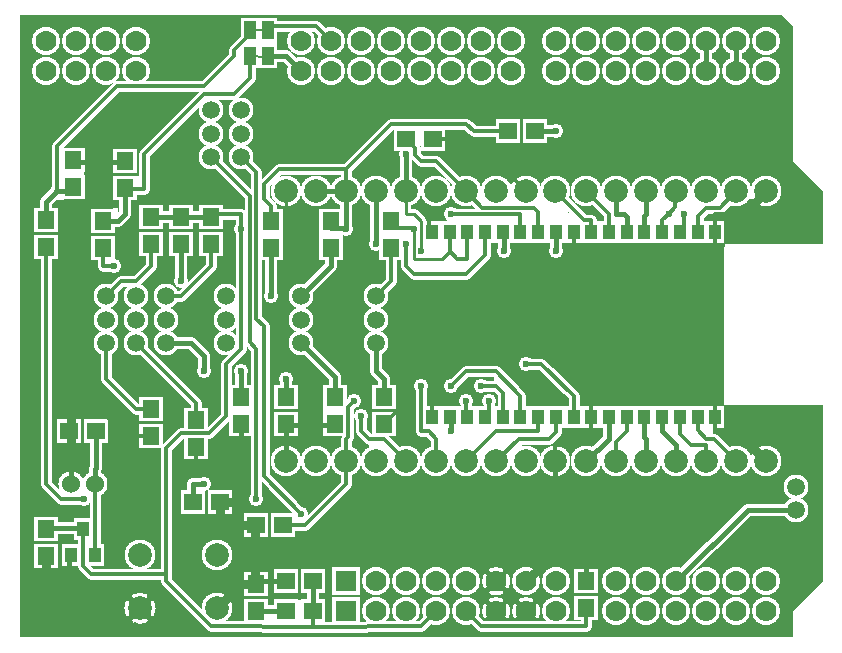
<source format=gbr>
G04 GERBER ASCII OUTPUT FROM: EDWINXP (VER. 1.61 REV. 20080315)*
G04 GERBER FORMAT: RX-274-X*
G04 BOARD: AMICUS_BLUETOOTH_SHIELD*
G04 ARTWORK OF COMP.LAYERPOSITIVE SUPERIMPOSED ON NEGATIVE*
%ASAXBY*%
%FSLAX23Y23*%
%MIA0B0*%
%MOIN*%
%OFA0.0000B0.0000*%
%SFA1B1*%
%IJA0B0*%
%INLAYER2NEGPOS*%
%IOA0B0*%
%IPPOS*%
%IR0*%
G04 APERTURE MACROS*
%AMEDWDONUT*
1,1,$1,$2,$3*
1,0,$4,$2,$3*
%
%AMEDWFRECT*
20,1,$1,$2,$3,$4,$5,$6*
%
%AMEDWORECT*
20,1,$1,$2,$3,$4,$5,$10*
20,1,$1,$4,$5,$6,$7,$10*
20,1,$1,$6,$7,$8,$9,$10*
20,1,$1,$8,$9,$2,$3,$10*
1,1,$1,$2,$3*
1,1,$1,$4,$5*
1,1,$1,$6,$7*
1,1,$1,$8,$9*
%
%AMEDWLINER*
20,1,$1,$2,$3,$4,$5,$6*
1,1,$1,$2,$3*
1,1,$1,$4,$5*
%
%AMEDWFTRNG*
4,1,3,$1,$2,$3,$4,$5,$6,$7,$8,$9*
%
%AMEDWATRNG*
4,1,3,$1,$2,$3,$4,$5,$6,$7,$8,$9*
20,1,$11,$1,$2,$3,$4,$10*
20,1,$11,$3,$4,$5,$6,$10*
20,1,$11,$5,$6,$7,$8,$10*
1,1,$11,$3,$4*
1,1,$11,$5,$6*
1,1,$11,$7,$8*
%
%AMEDWOTRNG*
20,1,$1,$2,$3,$4,$5,$8*
20,1,$1,$4,$5,$6,$7,$8*
20,1,$1,$6,$7,$2,$3,$8*
1,1,$1,$2,$3*
1,1,$1,$4,$5*
1,1,$1,$6,$7*
%
G04*
G04 APERTURE LIST*
%ADD10R,0.0500X0.0580*%
%ADD11R,0.0740X0.0820*%
%ADD12R,0.0400X0.0480*%
%ADD13R,0.0640X0.0720*%
%ADD14R,0.04724X0.05906*%
%ADD15R,0.07124X0.08306*%
%ADD16R,0.03937X0.05118*%
%ADD17R,0.06337X0.07518*%
%ADD18R,0.0860X0.0860*%
%ADD19R,0.1100X0.1100*%
%ADD20R,0.0700X0.0700*%
%ADD21R,0.0940X0.0940*%
%ADD22R,0.0700X0.0650*%
%ADD23R,0.0940X0.0890*%
%ADD24R,0.0600X0.0550*%
%ADD25R,0.0840X0.0790*%
%ADD26R,0.0650X0.0700*%
%ADD27R,0.0890X0.0940*%
%ADD28R,0.0550X0.0600*%
%ADD29R,0.0790X0.0840*%
%ADD30R,0.04724X0.06693*%
%ADD31R,0.07124X0.09093*%
%ADD32R,0.03937X0.05906*%
%ADD33R,0.06337X0.08306*%
%ADD34C,0.00039*%
%ADD36C,0.0010*%
%ADD38C,0.00118*%
%ADD40C,0.0020*%
%ADD41R,0.0020X0.0020*%
%ADD42C,0.00201*%
%ADD43R,0.00201X0.00201*%
%ADD44C,0.00259*%
%ADD45R,0.00259X0.00259*%
%ADD46C,0.0030*%
%ADD47R,0.0030X0.0030*%
%ADD48C,0.0040*%
%ADD49R,0.0040X0.0040*%
%ADD50C,0.00472*%
%ADD52C,0.0050*%
%ADD53R,0.0050X0.0050*%
%ADD54C,0.00512*%
%ADD55R,0.00512X0.00512*%
%ADD56C,0.00515*%
%ADD57R,0.00515X0.00515*%
%ADD58C,0.00551*%
%ADD59R,0.00551X0.00551*%
%ADD60C,0.00591*%
%ADD61R,0.00591X0.00591*%
%ADD62C,0.00616*%
%ADD63R,0.00616X0.00616*%
%ADD64C,0.00659*%
%ADD65R,0.00659X0.00659*%
%ADD66C,0.00672*%
%ADD67R,0.00672X0.00672*%
%ADD68C,0.00687*%
%ADD69R,0.00687X0.00687*%
%ADD70C,0.00787*%
%ADD71R,0.00787X0.00787*%
%ADD72C,0.00799*%
%ADD74C,0.0080*%
%ADD76C,0.00838*%
%ADD77R,0.00838X0.00838*%
%ADD78C,0.00928*%
%ADD79R,0.00928X0.00928*%
%ADD80C,0.00945*%
%ADD82C,0.00972*%
%ADD83R,0.00972X0.00972*%
%ADD84C,0.00984*%
%ADD85R,0.00984X0.00984*%
%ADD86C,0.0100*%
%ADD87R,0.0100X0.0100*%
%ADD88C,0.01115*%
%ADD89R,0.01115X0.01115*%
%ADD90C,0.01115*%
%ADD91R,0.01115X0.01115*%
%ADD92C,0.01181*%
%ADD94C,0.01187*%
%ADD95R,0.01187X0.01187*%
%ADD96C,0.0120*%
%ADD98C,0.01285*%
%ADD99R,0.01285X0.01285*%
%ADD100C,0.0130*%
%ADD102C,0.0130*%
%ADD103R,0.0130X0.0130*%
%ADD104C,0.01401*%
%ADD105R,0.01401X0.01401*%
%ADD106C,0.01428*%
%ADD107R,0.01428X0.01428*%
%ADD108C,0.0150*%
%ADD109R,0.0150X0.0150*%
%ADD110C,0.0157*%
%ADD111R,0.0157X0.0157*%
%ADD112C,0.0160*%
%ADD114C,0.01642*%
%ADD115R,0.01642X0.01642*%
%ADD116C,0.01713*%
%ADD117R,0.01713X0.01713*%
%ADD118C,0.01856*%
%ADD119R,0.01856X0.01856*%
%ADD120C,0.0187*%
%ADD121R,0.0187X0.0187*%
%ADD122C,0.01927*%
%ADD123R,0.01927X0.01927*%
%ADD124C,0.01969*%
%ADD125R,0.01969X0.01969*%
%ADD126C,0.0207*%
%ADD127R,0.0207X0.0207*%
%ADD128C,0.02094*%
%ADD129R,0.02094X0.02094*%
%ADD130C,0.02141*%
%ADD131R,0.02141X0.02141*%
%ADD132C,0.02284*%
%ADD133R,0.02284X0.02284*%
%ADD134C,0.02304*%
%ADD135R,0.02304X0.02304*%
%ADD136C,0.02355*%
%ADD137R,0.02355X0.02355*%
%ADD138C,0.02362*%
%ADD139R,0.02362X0.02362*%
%ADD140C,0.0240*%
%ADD141R,0.0240X0.0240*%
%ADD142C,0.0240*%
%ADD143R,0.0240X0.0240*%
%ADD144C,0.0250*%
%ADD145R,0.0250X0.0250*%
%ADD146C,0.02828*%
%ADD147R,0.02828X0.02828*%
%ADD148C,0.02855*%
%ADD149R,0.02855X0.02855*%
%ADD150C,0.0290*%
%ADD152C,0.02912*%
%ADD153R,0.02912X0.02912*%
%ADD154C,0.02926*%
%ADD155R,0.02926X0.02926*%
%ADD156C,0.02951*%
%ADD158C,0.02991*%
%ADD160C,0.0300*%
%ADD161R,0.0300X0.0300*%
%ADD162C,0.03038*%
%ADD163R,0.03038X0.03038*%
%ADD164C,0.03059*%
%ADD165R,0.03059X0.03059*%
%ADD166C,0.03099*%
%ADD167R,0.03099X0.03099*%
%ADD168C,0.03199*%
%ADD169R,0.03199X0.03199*%
%ADD170C,0.0320*%
%ADD171R,0.0320X0.0320*%
%ADD172C,0.03212*%
%ADD173R,0.03212X0.03212*%
%ADD174C,0.03238*%
%ADD175R,0.03238X0.03238*%
%ADD176C,0.03261*%
%ADD177R,0.03261X0.03261*%
%ADD178C,0.03272*%
%ADD179R,0.03272X0.03272*%
%ADD180C,0.03283*%
%ADD181R,0.03283X0.03283*%
%ADD182C,0.03328*%
%ADD183R,0.03328X0.03328*%
%ADD184C,0.03345*%
%ADD186C,0.03351*%
%ADD187R,0.03351X0.03351*%
%ADD188C,0.03355*%
%ADD189R,0.03355X0.03355*%
%ADD190C,0.03426*%
%ADD191R,0.03426X0.03426*%
%ADD192C,0.03456*%
%ADD193R,0.03456X0.03456*%
%ADD194C,0.03487*%
%ADD195R,0.03487X0.03487*%
%ADD196C,0.03498*%
%ADD197R,0.03498X0.03498*%
%ADD198C,0.0350*%
%ADD199R,0.0350X0.0350*%
%ADD200C,0.03561*%
%ADD201R,0.03561X0.03561*%
%ADD202C,0.03581*%
%ADD204C,0.0360*%
%ADD206C,0.0364*%
%ADD207R,0.0364X0.0364*%
%ADD208C,0.03665*%
%ADD209R,0.03665X0.03665*%
%ADD210C,0.03685*%
%ADD211R,0.03685X0.03685*%
%ADD212C,0.0370*%
%ADD214C,0.0377*%
%ADD215R,0.0377X0.0377*%
%ADD216C,0.03783*%
%ADD217R,0.03783X0.03783*%
%ADD218C,0.03828*%
%ADD219R,0.03828X0.03828*%
%ADD220C,0.0390*%
%ADD221R,0.0390X0.0390*%
%ADD222C,0.03937*%
%ADD223R,0.03937X0.03937*%
%ADD224C,0.0397*%
%ADD225R,0.0397X0.0397*%
%ADD226C,0.0400*%
%ADD227R,0.0400X0.0400*%
%ADD228C,0.04042*%
%ADD229R,0.04042X0.04042*%
%ADD230C,0.04113*%
%ADD231R,0.04113X0.04113*%
%ADD232C,0.04132*%
%ADD233R,0.04132X0.04132*%
%ADD234C,0.04173*%
%ADD235R,0.04173X0.04173*%
%ADD236C,0.04189*%
%ADD237R,0.04189X0.04189*%
%ADD238C,0.04211*%
%ADD239R,0.04211X0.04211*%
%ADD240C,0.04256*%
%ADD241R,0.04256X0.04256*%
%ADD242C,0.0427*%
%ADD243R,0.0427X0.0427*%
%ADD244C,0.04283*%
%ADD245R,0.04283X0.04283*%
%ADD246C,0.04327*%
%ADD247R,0.04327X0.04327*%
%ADD248C,0.0447*%
%ADD249R,0.0447X0.0447*%
%ADD250C,0.04494*%
%ADD251R,0.04494X0.04494*%
%ADD252C,0.04497*%
%ADD253R,0.04497X0.04497*%
%ADD254C,0.0450*%
%ADD255R,0.0450X0.0450*%
%ADD256C,0.04541*%
%ADD257R,0.04541X0.04541*%
%ADD258C,0.04684*%
%ADD259R,0.04684X0.04684*%
%ADD260C,0.0470*%
%ADD261R,0.0470X0.0470*%
%ADD262C,0.04704*%
%ADD263R,0.04704X0.04704*%
%ADD264C,0.04724*%
%ADD265R,0.04724X0.04724*%
%ADD266C,0.04755*%
%ADD267R,0.04755X0.04755*%
%ADD268C,0.04762*%
%ADD269R,0.04762X0.04762*%
%ADD270C,0.04791*%
%ADD271R,0.04791X0.04791*%
%ADD272C,0.0490*%
%ADD273R,0.0490X0.0490*%
%ADD274C,0.0500*%
%ADD275R,0.0500X0.0500*%
%ADD276C,0.05027*%
%ADD277R,0.05027X0.05027*%
%ADD278C,0.05068*%
%ADD279R,0.05068X0.05068*%
%ADD280C,0.05118*%
%ADD281R,0.05118X0.05118*%
%ADD282C,0.05228*%
%ADD283R,0.05228X0.05228*%
%ADD284C,0.05255*%
%ADD285R,0.05255X0.05255*%
%ADD286C,0.05326*%
%ADD287R,0.05326X0.05326*%
%ADD288C,0.05438*%
%ADD289R,0.05438X0.05438*%
%ADD290C,0.05499*%
%ADD291R,0.05499X0.05499*%
%ADD292C,0.05567*%
%ADD293R,0.05567X0.05567*%
%ADD294C,0.0560*%
%ADD295R,0.0560X0.0560*%
%ADD296C,0.05612*%
%ADD297R,0.05612X0.05612*%
%ADD298C,0.05661*%
%ADD299R,0.05661X0.05661*%
%ADD300C,0.05672*%
%ADD301R,0.05672X0.05672*%
%ADD302C,0.05683*%
%ADD303R,0.05683X0.05683*%
%ADD304C,0.0570*%
%ADD305R,0.0570X0.0570*%
%ADD306C,0.05726*%
%ADD307R,0.05726X0.05726*%
%ADD308C,0.05751*%
%ADD309R,0.05751X0.05751*%
%ADD310C,0.05755*%
%ADD311R,0.05755X0.05755*%
%ADD312C,0.05826*%
%ADD313R,0.05826X0.05826*%
%ADD314C,0.05843*%
%ADD315R,0.05843X0.05843*%
%ADD316C,0.05856*%
%ADD317R,0.05856X0.05856*%
%ADD318C,0.05887*%
%ADD319R,0.05887X0.05887*%
%ADD320C,0.05898*%
%ADD321R,0.05898X0.05898*%
%ADD322C,0.0590*%
%ADD323R,0.0590X0.0590*%
%ADD324C,0.05906*%
%ADD325R,0.05906X0.05906*%
%ADD326C,0.05961*%
%ADD327R,0.05961X0.05961*%
%ADD328C,0.0600*%
%ADD329R,0.0600X0.0600*%
%ADD330C,0.0604*%
%ADD331R,0.0604X0.0604*%
%ADD332C,0.06065*%
%ADD333R,0.06065X0.06065*%
%ADD334C,0.0617*%
%ADD335R,0.0617X0.0617*%
%ADD336C,0.06183*%
%ADD337R,0.06183X0.06183*%
%ADD338C,0.0620*%
%ADD340C,0.06201*%
%ADD342C,0.06337*%
%ADD343R,0.06337X0.06337*%
%ADD344C,0.06427*%
%ADD345R,0.06427X0.06427*%
%ADD346C,0.0650*%
%ADD347R,0.0650X0.0650*%
%ADD348C,0.06532*%
%ADD349R,0.06532X0.06532*%
%ADD350C,0.06589*%
%ADD351R,0.06589X0.06589*%
%ADD352C,0.06611*%
%ADD353R,0.06611X0.06611*%
%ADD354C,0.06683*%
%ADD355R,0.06683X0.06683*%
%ADD356C,0.06693*%
%ADD357R,0.06693X0.06693*%
%ADD358C,0.06897*%
%ADD359R,0.06897X0.06897*%
%ADD360C,0.0690*%
%ADD361R,0.0690X0.0690*%
%ADD362C,0.06906*%
%ADD363R,0.06906X0.06906*%
%ADD364C,0.0700*%
%ADD365R,0.0700X0.0700*%
%ADD366C,0.0710*%
%ADD367R,0.0710X0.0710*%
%ADD368C,0.07124*%
%ADD369R,0.07124X0.07124*%
%ADD370C,0.07191*%
%ADD371R,0.07191X0.07191*%
%ADD372C,0.07281*%
%ADD373R,0.07281X0.07281*%
%ADD374C,0.07352*%
%ADD375R,0.07352X0.07352*%
%ADD376C,0.07361*%
%ADD377R,0.07361X0.07361*%
%ADD378C,0.0740*%
%ADD379R,0.0740X0.0740*%
%ADD380C,0.07427*%
%ADD381R,0.07427X0.07427*%
%ADD382C,0.07468*%
%ADD383R,0.07468X0.07468*%
%ADD384C,0.07495*%
%ADD385R,0.07495X0.07495*%
%ADD386C,0.0750*%
%ADD387R,0.0750X0.0750*%
%ADD388C,0.07598*%
%ADD390C,0.0760*%
%ADD392C,0.07697*%
%ADD393R,0.07697X0.07697*%
%ADD394C,0.07709*%
%ADD395R,0.07709X0.07709*%
%ADD396C,0.07874*%
%ADD398C,0.07967*%
%ADD399R,0.07967X0.07967*%
%ADD400C,0.0800*%
%ADD401R,0.0800X0.0800*%
%ADD402C,0.0810*%
%ADD403R,0.0810X0.0810*%
%ADD404C,0.08126*%
%ADD405R,0.08126X0.08126*%
%ADD406C,0.08243*%
%ADD407R,0.08243X0.08243*%
%ADD408C,0.08306*%
%ADD409R,0.08306X0.08306*%
%ADD410C,0.08394*%
%ADD411R,0.08394X0.08394*%
%ADD412C,0.0840*%
%ADD413R,0.0840X0.0840*%
%ADD414C,0.08598*%
%ADD416C,0.0860*%
%ADD417R,0.0860X0.0860*%
%ADD418C,0.08601*%
%ADD420C,0.0870*%
%ADD421R,0.0870X0.0870*%
%ADD422C,0.08764*%
%ADD423R,0.08764X0.08764*%
%ADD424C,0.08827*%
%ADD425R,0.08827X0.08827*%
%ADD426C,0.0890*%
%ADD427R,0.0890X0.0890*%
%ADD428C,0.0891*%
%ADD429R,0.0891X0.0891*%
%ADD430C,0.0900*%
%ADD431R,0.0900X0.0900*%
%ADD432C,0.09039*%
%ADD433R,0.09039X0.09039*%
%ADD434C,0.09093*%
%ADD435R,0.09093X0.09093*%
%ADD436C,0.0940*%
%ADD437R,0.0940X0.0940*%
%ADD438C,0.09681*%
%ADD439R,0.09681X0.09681*%
%ADD440C,0.0970*%
%ADD441R,0.0970X0.0970*%
%ADD442C,0.09752*%
%ADD443R,0.09752X0.09752*%
%ADD444C,0.09761*%
%ADD445R,0.09761X0.09761*%
%ADD446C,0.09843*%
%ADD447R,0.09843X0.09843*%
%ADD448C,0.09895*%
%ADD449R,0.09895X0.09895*%
%ADD450C,0.0990*%
%ADD451R,0.0990X0.0990*%
%ADD452C,0.09922*%
%ADD453R,0.09922X0.09922*%
%ADD454C,0.09998*%
%ADD456C,0.1000*%
%ADD457R,0.1000X0.1000*%
%ADD458C,0.10072*%
%ADD459R,0.10072X0.10072*%
%ADD460C,0.10097*%
%ADD461R,0.10097X0.10097*%
%ADD462C,0.10109*%
%ADD463R,0.10109X0.10109*%
%ADD464C,0.10207*%
%ADD465R,0.10207X0.10207*%
%ADD466C,0.10274*%
%ADD468C,0.1040*%
%ADD469R,0.1040X0.1040*%
%ADD470C,0.1040*%
%ADD471R,0.1040X0.1040*%
%ADD472C,0.10794*%
%ADD473R,0.10794X0.10794*%
%ADD474C,0.10998*%
%ADD476C,0.1100*%
%ADD477R,0.1100X0.1100*%
%ADD478C,0.1110*%
%ADD479R,0.1110X0.1110*%
%ADD480C,0.11164*%
%ADD481R,0.11164X0.11164*%
%ADD482C,0.1120*%
%ADD483R,0.1120X0.1120*%
%ADD484C,0.1131*%
%ADD485R,0.1131X0.1131*%
%ADD486C,0.1140*%
%ADD487R,0.1140X0.1140*%
%ADD488C,0.11439*%
%ADD489R,0.11439X0.11439*%
%ADD490C,0.1150*%
%ADD491R,0.1150X0.1150*%
%ADD492C,0.1152*%
%ADD493R,0.1152X0.1152*%
%ADD494C,0.1200*%
%ADD495R,0.1200X0.1200*%
%ADD496C,0.1210*%
%ADD497R,0.1210X0.1210*%
%ADD498C,0.12322*%
%ADD499R,0.12322X0.12322*%
%ADD500C,0.1240*%
%ADD501R,0.1240X0.1240*%
%ADD502C,0.12472*%
%ADD503R,0.12472X0.12472*%
%ADD504C,0.1250*%
%ADD505R,0.1250X0.1250*%
%ADD506C,0.12526*%
%ADD507R,0.12526X0.12526*%
%ADD508C,0.12607*%
%ADD509R,0.12607X0.12607*%
%ADD510C,0.1280*%
%ADD511R,0.1280X0.1280*%
%ADD512C,0.12992*%
%ADD513R,0.12992X0.12992*%
%ADD514C,0.1300*%
%ADD515R,0.1300X0.1300*%
%ADD516C,0.1340*%
%ADD517R,0.1340X0.1340*%
%ADD518C,0.1390*%
%ADD519R,0.1390X0.1390*%
%ADD520C,0.1392*%
%ADD521R,0.1392X0.1392*%
%ADD522C,0.1420*%
%ADD523R,0.1420X0.1420*%
%ADD524C,0.1440*%
%ADD525R,0.1440X0.1440*%
%ADD526C,0.1490*%
%ADD527R,0.1490X0.1490*%
%ADD528C,0.14926*%
%ADD529R,0.14926X0.14926*%
%ADD530C,0.1520*%
%ADD531R,0.1520X0.1520*%
%ADD532C,0.15374*%
%ADD533R,0.15374X0.15374*%
%ADD534C,0.1540*%
%ADD535R,0.1540X0.1540*%
%ADD536C,0.1660*%
%ADD537R,0.1660X0.1660*%
%ADD538C,0.17177*%
%ADD539R,0.17177X0.17177*%
%ADD540C,0.17323*%
%ADD542C,0.1760*%
%ADD543R,0.1760X0.1760*%
%ADD544C,0.17774*%
%ADD545R,0.17774X0.17774*%
%ADD546C,0.18504*%
%ADD548C,0.18898*%
%ADD550C,0.19272*%
%ADD551R,0.19272X0.19272*%
%ADD552C,0.19577*%
%ADD553R,0.19577X0.19577*%
%ADD554C,0.1970*%
%ADD555R,0.1970X0.1970*%
%ADD556C,0.19772*%
%ADD557R,0.19772X0.19772*%
%ADD558C,0.20799*%
%ADD559R,0.20799X0.20799*%
%ADD560C,0.20904*%
%ADD562C,0.2126*%
%ADD564C,0.21298*%
%ADD566C,0.21672*%
%ADD567R,0.21672X0.21672*%
%ADD568C,0.2210*%
%ADD569R,0.2210X0.2210*%
%ADD570C,0.22172*%
%ADD571R,0.22172X0.22172*%
%ADD572C,0.22835*%
%ADD575R,0.23199X0.23199*%
%ADD577R,0.23622X0.23622*%
%ADD579R,0.24768X0.24768*%
%ADD581R,0.24937X0.24937*%
%ADD583R,0.26022X0.26022*%
%ADD585R,0.27168X0.27168*%
%ADD587R,0.27337X0.27337*%
%ADD589R,0.31496X0.31496*%
%ADD591R,0.32811X0.32811*%
%ADD593R,0.33069X0.33069*%
%ADD595R,0.33896X0.33896*%
%ADD597R,0.35211X0.35211*%
%ADD599R,0.35469X0.35469*%
%ADD601R,0.36403X0.36403*%
%ADD603R,0.38803X0.38803*%
%ADD605R,0.43702X0.43702*%
%ADD607R,0.46102X0.46102*%
%ADD609R,0.8652X0.8652*%
%ADD611R,0.8892X0.8892*%
%ADD612C,0.9892*%
%ADD613R,0.9892X0.9892*%
%ADD614C,1.0892*%
%ADD615R,1.0892X1.0892*%
%ADD616C,1.1892*%
%ADD617R,1.1892X1.1892*%
%ADD618C,1.2892*%
%ADD619R,1.2892X1.2892*%
%ADD620C,1.3892*%
%ADD621R,1.3892X1.3892*%
%ADD622C,1.4892*%
%ADD623R,1.4892X1.4892*%
%ADD624C,1.5892*%
%ADD625R,1.5892X1.5892*%
%ADD626C,1.6892*%
%ADD627R,1.6892X1.6892*%
%ADD628C,1.7892*%
%ADD629R,1.7892X1.7892*%
%ADD630C,1.8892*%
%ADD631R,1.8892X1.8892*%
%ADD632C,1.9892*%
%ADD633R,1.9892X1.9892*%
G04*
%LNLLAYER2CPOURD*%
%LPD*%
G36*
X1604Y101D02*
X1575Y13D01*
X13Y13D01*
X13Y2088D01*
X2550Y2088D01*
X2588Y2050D01*
X2588Y1600D01*
X2688Y1500D01*
X2688Y200D01*
X2588Y100D01*
X2588Y13D01*
X1625Y13D01*
X1604Y101D01*
G37*
G36*
X1600Y100D02*
X1525Y13D01*
X1663Y13D01*
X1600Y100D01*
G37*
%LNLLAYER2CRELIEVEC*%
%LPC*%
G36*
X813Y1463D02*
X813Y1438D01*
X837Y1438D01*
X837Y1463D01*
X813Y1463D01*
G37*
G36*
X812Y1365D02*
X812Y1347D01*
X889Y1347D01*
X889Y1365D01*
X812Y1365D01*
G37*
G36*
X1056Y1360D02*
X1056Y1346D01*
X1089Y1346D01*
X1089Y1360D01*
X1056Y1360D01*
G37*
G36*
X1062Y1344D02*
X1062Y1363D01*
X1010Y1363D01*
X1010Y1344D01*
X1062Y1344D01*
G37*
G36*
X1214Y1365D02*
X1214Y1339D01*
X1316Y1339D01*
X1316Y1365D01*
X1214Y1365D01*
G37*
G36*
X1286Y1418D02*
X1286Y1391D01*
X1329Y1391D01*
X1329Y1418D01*
X1286Y1418D01*
G37*
G36*
X1216Y1501D02*
X1216Y1433D01*
X1290Y1433D01*
X1290Y1501D01*
X1216Y1501D01*
G37*
G36*
X1667Y1395D02*
X1667Y1412D01*
X1437Y1412D01*
X1437Y1395D01*
X1667Y1395D01*
G37*
G36*
X1356Y1335D02*
X1356Y1270D01*
X1549Y1270D01*
X1549Y1335D01*
X1356Y1335D01*
G37*
G36*
X1310Y1282D02*
X1310Y1238D01*
X1508Y1238D01*
X1508Y1282D01*
X1310Y1282D01*
G37*
G36*
X1689Y1435D02*
X1689Y1393D01*
X1727Y1393D01*
X1727Y1435D01*
X1689Y1435D01*
G37*
G36*
X1626Y1498D02*
X1626Y1458D01*
X1668Y1458D01*
X1668Y1498D01*
X1626Y1498D01*
G37*
G36*
X1638Y1505D02*
X1638Y1524D01*
X1660Y1524D01*
X1660Y1505D01*
X1638Y1505D01*
G37*
G36*
X1535Y1500D02*
X1535Y1458D01*
X1568Y1458D01*
X1568Y1500D01*
X1535Y1500D01*
G37*
D149*
X722Y1111D02*D03*
G36*
X784Y1062D02*
X784Y995D01*
X813Y995D01*
X813Y1062D01*
X784Y1062D01*
G37*
G36*
X1329Y1712D02*
X1329Y1652D01*
X1350Y1652D01*
X1350Y1712D01*
X1329Y1712D01*
G37*
G36*
X410Y1520D02*
X410Y1552D01*
X398Y1552D01*
X398Y1520D01*
X410Y1520D01*
G37*
G36*
X341Y1423D02*
X341Y1443D01*
X323Y1443D01*
X323Y1423D01*
X341Y1423D01*
G37*
G36*
X320Y1415D02*
X320Y1425D01*
X333Y1425D01*
X333Y1415D01*
X320Y1415D01*
G37*
G36*
X767Y2002D02*
X767Y1989D01*
X869Y1989D01*
X869Y2002D01*
X767Y2002D01*
G37*
G36*
X1944Y1493D02*
X1944Y1443D01*
X1989Y1443D01*
X1989Y1493D01*
X1944Y1493D01*
G37*
G36*
X1988Y1414D02*
X1988Y1393D01*
X2022Y1393D01*
X2022Y1414D01*
X1988Y1414D01*
G37*
G36*
X2020Y1498D02*
X2020Y1394D01*
X2268Y1394D01*
X2268Y1498D01*
X2020Y1498D01*
G37*
G36*
X2335Y1495D02*
X2335Y1460D01*
X2356Y1460D01*
X2356Y1495D01*
X2335Y1495D01*
G37*
G36*
X1960Y717D02*
X1960Y598D01*
X2324Y598D01*
X2324Y717D01*
X1960Y717D01*
G37*
G36*
X2320Y654D02*
X2320Y600D01*
X2355Y600D01*
X2355Y654D01*
X2320Y654D01*
G37*
G36*
X1935Y642D02*
X1935Y607D01*
X1964Y607D01*
X1964Y642D01*
X1935Y642D01*
G37*
G36*
X1749Y713D02*
X1749Y688D01*
X1785Y688D01*
X1785Y713D01*
X1749Y713D01*
G37*
G36*
X1587Y689D02*
X1587Y602D01*
X1686Y602D01*
X1686Y689D01*
X1587Y689D01*
G37*
G36*
X1558Y673D02*
X1558Y625D01*
X1590Y625D01*
X1590Y673D01*
X1558Y673D01*
G37*
G36*
X1529Y644D02*
X1529Y608D01*
X1564Y608D01*
X1564Y644D01*
X1529Y644D01*
G37*
G36*
X2432Y621D02*
X2432Y581D01*
X2465Y581D01*
X2465Y621D01*
X2432Y621D01*
G37*
G36*
X1390Y717D02*
X1390Y610D01*
X1587Y610D01*
X1587Y717D01*
X1390Y717D01*
G37*
G36*
X1271Y577D02*
X1271Y650D01*
X1176Y650D01*
X1176Y577D01*
X1271Y577D01*
G37*
G36*
X1176Y670D02*
X1176Y643D01*
X1226Y643D01*
X1226Y670D01*
X1176Y670D01*
G37*
G36*
X1091Y761D02*
X1091Y777D01*
X1023Y777D01*
X1023Y761D01*
X1091Y761D01*
G37*
G36*
X922Y416D02*
X922Y399D01*
X939Y399D01*
X939Y416D01*
X922Y416D01*
G37*
G36*
X709Y778D02*
X709Y760D01*
X784Y760D01*
X784Y778D01*
X709Y778D01*
G37*
G36*
X604Y509D02*
X604Y499D01*
X617Y499D01*
X617Y509D01*
X604Y509D01*
G37*
G36*
X196Y528D02*
X196Y487D01*
X251Y487D01*
X251Y528D01*
X196Y528D01*
G37*
G36*
X238Y343D02*
X238Y317D01*
X253Y317D01*
X253Y343D01*
X238Y343D01*
G37*
G36*
X838Y90D02*
X838Y63D01*
X861Y63D01*
X861Y90D01*
X838Y90D01*
G37*
G36*
X939Y61D02*
X939Y138D01*
X958Y138D01*
X958Y61D01*
X939Y61D01*
G37*
G36*
X2700Y1314D02*
X2700Y788D01*
X2361Y788D01*
X2361Y1314D01*
X2700Y1314D01*
G37*
G36*
X2362Y1325D02*
X2362Y1244D01*
X2692Y1244D01*
X2692Y1325D01*
X2362Y1325D01*
G37*
G36*
X150Y1569D02*
X150Y1547D01*
X227Y1547D01*
X227Y1569D01*
X150Y1569D01*
G37*
G36*
X135Y1481D02*
X135Y1470D01*
X158Y1470D01*
X158Y1481D01*
X135Y1481D01*
G37*
G36*
X151Y1654D02*
X151Y1637D01*
X159Y1637D01*
X159Y1654D01*
X151Y1654D01*
G37*
G36*
X735Y1970D02*
X735Y1872D01*
X770Y1872D01*
X770Y1970D01*
X735Y1970D01*
G37*
G36*
X713Y1946D02*
X713Y1857D01*
X750Y1857D01*
X750Y1946D01*
X713Y1946D01*
G37*
G36*
X686Y1918D02*
X686Y1839D01*
X736Y1839D01*
X736Y1918D01*
X686Y1918D01*
G37*
G36*
X666Y1899D02*
X666Y1838D01*
X704Y1838D01*
X704Y1899D01*
X666Y1899D01*
G37*
G36*
X641Y1876D02*
X641Y1834D01*
X677Y1834D01*
X677Y1876D01*
X641Y1876D01*
G37*
G36*
X1593Y886D02*
X1593Y844D01*
X1626Y844D01*
X1626Y886D01*
X1593Y886D01*
G37*
G36*
X1619Y859D02*
X1619Y776D01*
X1661Y776D01*
X1661Y859D01*
X1619Y859D01*
G37*
G36*
X1646Y819D02*
X1646Y776D01*
X1669Y776D01*
X1669Y819D01*
X1646Y819D01*
G37*
G36*
X2252Y1461D02*
X2252Y1435D01*
X2285Y1435D01*
X2285Y1461D01*
X2252Y1461D01*
G37*
G36*
X2010Y1458D02*
X2010Y1426D01*
X2038Y1426D01*
X2038Y1458D01*
X2010Y1458D01*
G37*
G36*
X1711Y1500D02*
X1711Y1397D01*
X1826Y1397D01*
X1826Y1500D01*
X1711Y1500D01*
G37*
G36*
X1818Y1447D02*
X1818Y1394D01*
X1841Y1394D01*
X1841Y1447D01*
X1818Y1447D01*
G37*
G36*
X1836Y1428D02*
X1836Y1395D01*
X1872Y1395D01*
X1872Y1428D01*
X1836Y1428D01*
G37*
G36*
X2439Y1493D02*
X2439Y1475D01*
X2460Y1475D01*
X2460Y1493D01*
X2439Y1493D01*
G37*
D412*
X263Y525D02*D03*
D13* 
X263Y288D02*D03*
X223Y376D02*D03*
D466*
X2400Y600D02*D03*
X2300Y600D02*D03*
X2200Y600D02*D03*
X2100Y600D02*D03*
X1999Y600D02*D03*
X1901Y600D02*D03*
X1700Y600D02*D03*
X1600Y600D02*D03*
X1500Y600D02*D03*
X1400Y600D02*D03*
X1300Y600D02*D03*
X1200Y600D02*D03*
X1100Y600D02*D03*
X1000Y600D02*D03*
X2400Y1500D02*D03*
X2300Y1500D02*D03*
X2200Y1500D02*D03*
X2100Y1500D02*D03*
X1999Y1500D02*D03*
X1901Y1500D02*D03*
X1797Y1500D02*D03*
X1600Y1500D02*D03*
X1500Y1500D02*D03*
X1400Y1500D02*D03*
X1300Y1500D02*D03*
X1200Y1500D02*D03*
X1100Y1500D02*D03*
X1000Y1500D02*D03*
D17* 
X2272Y1363D02*D03*
X2213Y1363D02*D03*
X2153Y1363D02*D03*
X2094Y1363D02*D03*
X2035Y1363D02*D03*
X1976Y1363D02*D03*
X1917Y1363D02*D03*
X1799Y1363D02*D03*
X1740Y1363D02*D03*
X1681Y1363D02*D03*
X1622Y1363D02*D03*
X1563Y1363D02*D03*
X1504Y1363D02*D03*
X1445Y1363D02*D03*
X1445Y748D02*D03*
X1504Y748D02*D03*
X1563Y748D02*D03*
X1622Y748D02*D03*
X1681Y748D02*D03*
X1740Y748D02*D03*
X1799Y748D02*D03*
X1858Y748D02*D03*
X1976Y748D02*D03*
X2035Y748D02*D03*
X2094Y748D02*D03*
X2153Y748D02*D03*
X2213Y748D02*D03*
X2272Y748D02*D03*
D436*
X1800Y2000D02*D03*
X1900Y2000D02*D03*
X2000Y2000D02*D03*
X2100Y2000D02*D03*
X2200Y2000D02*D03*
X2300Y2000D02*D03*
X2400Y2000D02*D03*
X2500Y2000D02*D03*
X1300Y100D02*D03*
X1400Y100D02*D03*
X1500Y100D02*D03*
X1800Y100D02*D03*
X950Y2000D02*D03*
X1050Y2000D02*D03*
X1150Y2000D02*D03*
X1250Y2000D02*D03*
X1350Y2000D02*D03*
X1450Y2000D02*D03*
X1550Y2000D02*D03*
X1650Y2000D02*D03*
X2000Y100D02*D03*
X2100Y100D02*D03*
X2200Y100D02*D03*
X2300Y100D02*D03*
X2400Y100D02*D03*
X2500Y100D02*D03*
D21* 
X1100Y200D02*D03*
D436*
X1200Y200D02*D03*
X1300Y200D02*D03*
X1400Y200D02*D03*
X1500Y200D02*D03*
X1800Y200D02*D03*
X100Y1900D02*D03*
X200Y1900D02*D03*
X300Y1900D02*D03*
X400Y1900D02*D03*
X2000Y200D02*D03*
X2100Y200D02*D03*
X2200Y200D02*D03*
X2300Y200D02*D03*
X2400Y200D02*D03*
X2500Y200D02*D03*
X950Y1900D02*D03*
X1050Y1900D02*D03*
X1150Y1900D02*D03*
X1250Y1900D02*D03*
X1350Y1900D02*D03*
X1450Y1900D02*D03*
X1550Y1900D02*D03*
X1650Y1900D02*D03*
X1800Y1900D02*D03*
X1900Y1900D02*D03*
X2000Y1900D02*D03*
X2100Y1900D02*D03*
X2200Y1900D02*D03*
X2300Y1900D02*D03*
X2400Y1900D02*D03*
X2500Y1900D02*D03*
D25* 
X1298Y1675D02*D03*
D29* 
X450Y775D02*D03*
X450Y1413D02*D03*
X450Y1323D02*D03*
X550Y1413D02*D03*
X550Y1323D02*D03*
X600Y738D02*D03*
D25* 
X588Y463D02*D03*
X888Y388D02*D03*
X900Y100D02*D03*
X990Y100D02*D03*
D29* 
X363Y1510D02*D03*
X188Y1513D02*D03*
X288Y1400D02*D03*
X288Y1310D02*D03*
X100Y1403D02*D03*
X100Y1313D02*D03*
X100Y375D02*D03*
D25* 
X265Y700D02*D03*
D466*
X668Y288D02*D03*
X413Y288D02*D03*
D29* 
X800Y100D02*D03*
X1225Y813D02*D03*
X1050Y1400D02*D03*
X1050Y1310D02*D03*
X1063Y813D02*D03*
X850Y1400D02*D03*
X850Y1310D02*D03*
X900Y813D02*D03*
D408*
X1200Y1150D02*D03*
X1200Y1071D02*D03*
X1200Y993D02*D03*
X950Y1150D02*D03*
X950Y1071D02*D03*
X950Y993D02*D03*
X700Y1150D02*D03*
X700Y1071D02*D03*
X700Y993D02*D03*
X500Y1150D02*D03*
X500Y1071D02*D03*
X500Y993D02*D03*
X400Y1150D02*D03*
X400Y1071D02*D03*
X400Y993D02*D03*
X300Y1150D02*D03*
X300Y1071D02*D03*
X300Y993D02*D03*
D29* 
X650Y1413D02*D03*
X650Y1323D02*D03*
X750Y813D02*D03*
D25* 
X1728Y1700D02*D03*
X1638Y1700D02*D03*
D436*
X100Y2000D02*D03*
X200Y2000D02*D03*
X300Y2000D02*D03*
X400Y2000D02*D03*
D29* 
X1900Y110D02*D03*
D25* 
X988Y200D02*D03*
D33* 
X778Y2038D02*D03*
X838Y2038D02*D03*
X778Y1950D02*D03*
X838Y1950D02*D03*
D408*
X2600Y438D02*D03*
X2600Y516D02*D03*
X750Y1613D02*D03*
X750Y1691D02*D03*
X750Y1770D02*D03*
X650Y1613D02*D03*
X650Y1691D02*D03*
X650Y1770D02*D03*
D29* 
X1250Y1400D02*D03*
X1250Y1310D02*D03*
D21* 
X1100Y100D02*D03*
D436*
X1200Y100D02*D03*
D456*
X100Y100D02*D03*
X600Y2000D02*D03*
X2600Y300D02*D03*
D466*
X1797Y600D02*D03*
X2500Y600D02*D03*
X900Y1500D02*D03*
X900Y600D02*D03*
X1700Y1500D02*D03*
X2500Y1500D02*D03*
D412*
X184Y525D02*D03*
D13* 
X183Y288D02*D03*
D466*
X668Y110D02*D03*
D96* 
G75*
G01X454Y91D02*
G03X454Y130I-41J19D01*
G01*
G75*
G01X432Y151D02*
G03X393Y151I-19J-41D01*
G01*
G75*
G01X371Y130D02*
G03X371Y91I41J-19D01*
G01*
G75*
G01X393Y69D02*
G03X432Y69I19J41D01*
G01*
D29* 
X1900Y200D02*D03*
D25* 
X898Y200D02*D03*
D17* 
X2331Y1363D02*D03*
X1858Y1363D02*D03*
X1386Y1363D02*D03*
X1386Y748D02*D03*
X1917Y748D02*D03*
X2331Y748D02*D03*
D25* 
X175Y700D02*D03*
D29* 
X100Y285D02*D03*
D96* 
G75*
G01X1617Y237D02*
G03X1583Y237I-17J-37D01*
G01*
G75*
G01X1563Y217D02*
G03X1563Y183I37J-17D01*
G01*
G75*
G01X1583Y163D02*
G03X1617Y163I17J37D01*
G01*
G75*
G01X1637Y183D02*
G03X1637Y217I-37J17D01*
G01*
D436*
X1700Y200D02*D03*
D96* 
G75*
G01X1617Y137D02*
G03X1583Y137I-17J-37D01*
G01*
G75*
G01X1563Y117D02*
G03X1563Y83I37J-17D01*
G01*
G75*
G01X1583Y63D02*
G03X1617Y63I17J37D01*
G01*
G75*
G01X1637Y83D02*
G03X1637Y117I-37J17D01*
G01*
G75*
G01X1717Y137D02*
G03X1683Y137I-17J-37D01*
G01*
G75*
G01X1663Y117D02*
G03X1663Y83I37J-17D01*
G01*
G75*
G01X1683Y63D02*
G03X1717Y63I17J37D01*
G01*
G75*
G01X1737Y83D02*
G03X1737Y117I-37J17D01*
G01*
D29* 
X800Y190D02*D03*
X363Y1600D02*D03*
X188Y1603D02*D03*
X600Y648D02*D03*
X750Y723D02*D03*
X450Y685D02*D03*
X900Y723D02*D03*
X1225Y723D02*D03*
D25* 
X1388Y1675D02*D03*
X678Y463D02*D03*
X798Y388D02*D03*
D29* 
X1063Y723D02*D03*
D268*
X2175Y1425D02*D03*
X2225Y1425D02*D03*
X800Y475D02*D03*
X950Y425D02*D03*
X1325Y1375D02*D03*
X1100Y1375D02*D03*
X750Y1375D02*D03*
X1300Y1325D02*D03*
X1200Y1325D02*D03*
X1450Y850D02*D03*
X1350Y850D02*D03*
X1550Y850D02*D03*
X1150Y750D02*D03*
X1575Y800D02*D03*
X1125Y800D02*D03*
X1500Y800D02*D03*
X1450Y700D02*D03*
X625Y525D02*D03*
X550Y1200D02*D03*
X1350Y1300D02*D03*
X1625Y1300D02*D03*
X1300Y1625D02*D03*
X1450Y1425D02*D03*
X1800Y1300D02*D03*
X1800Y1700D02*D03*
X850Y1150D02*D03*
X900Y875D02*D03*
X625Y900D02*D03*
X750Y900D02*D03*
X325Y1250D02*D03*
X225Y475D02*D03*
X1700Y925D02*D03*
D170*
X778Y2038D02*
X835Y2038D01*
X780Y1950D02*
X836Y1949D01*
D92* 
X1275Y850D02*
X1325Y900D01*
X1361Y900D01*
X1386Y875D01*
X1386Y748D01*
X1925Y1275D02*
X1925Y975D01*
X1950Y800D02*
X1950Y950D01*
X1925Y975D01*
X796Y388D02*
X798Y388D01*
D160*
X668Y110D02*
X750Y192D01*
X797Y192D01*
X796Y388D01*
X678Y463D02*
X678Y400D01*
D112*
X678Y400D02*
X690Y388D01*
D160*
X690Y388D02*
X796Y388D01*
D112*
X795Y200D02*
X892Y200D01*
D92* 
X892Y200D02*
X898Y200D01*
D112*
X184Y525D02*
X184Y593D01*
D160*
X184Y593D02*
X184Y710D01*
X184Y750D01*
D92* 
X184Y750D02*
X300Y750D01*
X364Y686D01*
X394Y686D01*
X450Y685D01*
X797Y192D02*
X795Y200D01*
X1361Y900D02*
X1436Y975D01*
X1925Y975D01*
X1700Y1500D02*
X1525Y1675D01*
X1388Y1675D01*
D112*
X175Y225D02*
X175Y268D01*
D92* 
X175Y268D02*
X183Y275D01*
X183Y288D01*
D112*
X750Y600D02*
X750Y723D01*
D160*
X175Y225D02*
X100Y225D01*
X100Y285D01*
D112*
X279Y1599D02*
X185Y1599D01*
X188Y1603D01*
X279Y1599D02*
X361Y1599D01*
X363Y1600D01*
D160*
X678Y463D02*
X750Y463D01*
D112*
X750Y463D02*
X750Y600D01*
D160*
X1700Y200D02*
X1775Y275D01*
D112*
X1775Y275D02*
X1797Y275D01*
D92* 
X795Y200D02*
X800Y190D01*
D112*
X1797Y275D02*
X1875Y275D01*
X1900Y250D01*
X1900Y200D01*
X950Y720D02*
X1061Y720D01*
D92* 
X1061Y720D02*
X1071Y717D01*
X1063Y723D01*
X1275Y850D02*
X1275Y775D01*
X1225Y725D01*
X1225Y723D01*
X184Y710D02*
X175Y700D01*
X750Y600D02*
X600Y600D01*
X600Y648D01*
D80* 
X900Y1500D02*
X900Y950D01*
X950Y900D01*
X950Y850D01*
X900Y723D02*
X899Y721D01*
D112*
X899Y721D02*
X949Y721D01*
D80* 
X949Y721D02*
X950Y720D01*
D112*
X950Y720D02*
X950Y850D01*
D92* 
X1797Y600D02*
X1797Y654D01*
X1825Y654D01*
X1871Y700D01*
X1917Y700D01*
X1917Y748D01*
D160*
X2500Y1500D02*
X2425Y1425D01*
D92* 
X2425Y1425D02*
X2331Y1425D01*
X2331Y1363D01*
X2331Y748D02*
X2331Y700D01*
X2400Y700D01*
D160*
X2400Y700D02*
X2500Y600D01*
D92* 
X1917Y748D02*
X1917Y800D01*
X1950Y800D01*
X1375Y1425D02*
X1375Y1386D01*
X1386Y1375D01*
X1386Y1363D01*
X1925Y1275D02*
X1900Y1275D01*
X1858Y1317D01*
X1858Y1363D01*
X2331Y748D02*
X2331Y800D01*
X1950Y800D01*
X2331Y1363D02*
X2331Y1300D01*
X2306Y1275D01*
X1925Y1275D01*
D112*
X900Y600D02*
X900Y723D01*
X1797Y600D02*
X1797Y275D01*
D226*
X1100Y1378D02*
X1050Y1378D01*
D202*
X1050Y1378D02*
X1050Y1400D01*
X550Y1416D02*
X550Y1413D01*
X750Y1375D02*
X750Y1425D01*
X665Y1425D01*
X650Y1415D01*
D226*
X650Y1415D02*
X550Y1416D01*
X450Y1416D01*
D202*
X450Y1416D02*
X450Y1413D01*
X1100Y1575D02*
X875Y1575D01*
X825Y1525D01*
X825Y1475D01*
X850Y1450D01*
X850Y1400D01*
X1100Y1575D02*
X1250Y1725D01*
X1500Y1725D01*
X1525Y1700D01*
X1638Y1700D01*
X989Y49D02*
X989Y99D01*
D226*
X989Y99D02*
X989Y199D01*
D202*
X989Y199D02*
X988Y200D01*
X1300Y1325D02*
X1300Y1250D01*
X1325Y1225D01*
X1500Y1225D01*
X1563Y1288D01*
X1563Y1363D01*
D226*
X1200Y1325D02*
X1200Y1500D01*
X263Y525D02*
X263Y575D01*
D202*
X263Y575D02*
X265Y578D01*
D226*
X265Y578D02*
X265Y700D01*
D202*
X263Y525D02*
X263Y288D01*
D184*
X1445Y1363D02*
X1445Y1300D01*
X1420Y1275D01*
X1325Y1275D01*
X1325Y1375D01*
D202*
X1445Y1363D02*
X1445Y1300D01*
X1470Y1275D01*
X1504Y1275D01*
X1504Y1363D01*
D226*
X1100Y1500D02*
X1000Y1500D01*
D202*
X1325Y1375D02*
X1322Y1378D01*
X1250Y1378D01*
X1250Y1400D01*
X989Y99D02*
X990Y100D01*
X650Y1415D02*
X650Y1413D01*
X1100Y1500D02*
X1100Y1575D01*
X750Y1375D02*
X750Y975D01*
X700Y925D01*
X700Y750D01*
X643Y693D01*
X550Y693D01*
X500Y643D01*
X500Y225D01*
X223Y376D02*
X222Y377D01*
D226*
X222Y377D02*
X100Y377D01*
D202*
X100Y377D02*
X100Y375D01*
X1100Y1375D02*
X1100Y1378D01*
X223Y376D02*
X223Y250D01*
X248Y225D01*
X500Y225D01*
X1400Y100D02*
X1350Y50D01*
X989Y49D01*
X500Y225D02*
X500Y200D01*
X650Y50D01*
X989Y49D01*
D226*
X1100Y1500D02*
X1100Y1378D01*
X2400Y1900D02*
X2400Y2000D01*
X2300Y2000D02*
X2300Y1900D01*
D202*
X1500Y100D02*
X1550Y50D01*
X1900Y50D01*
X1900Y110D01*
X1050Y2000D02*
X1000Y2050D01*
X838Y2050D01*
X838Y2038D01*
D226*
X950Y1900D02*
X900Y1950D01*
X838Y1950D01*
D202*
X800Y475D02*
X800Y975D01*
X778Y997D01*
X778Y1485D01*
X650Y1613D01*
X950Y425D02*
X825Y550D01*
X825Y1050D01*
X800Y1075D01*
X800Y1563D01*
X750Y1613D01*
D226*
X2200Y200D02*
X2438Y438D01*
X2600Y438D01*
X363Y1461D02*
X363Y1510D01*
X363Y1461D02*
X363Y1425D01*
X338Y1400D01*
X288Y1400D01*
D202*
X363Y1461D02*
X362Y1507D01*
X425Y1507D01*
X425Y1625D01*
X625Y1825D01*
X725Y1825D01*
X778Y1878D01*
X778Y1950D01*
X2225Y1425D02*
X2225Y1388D01*
X2213Y1375D01*
X2213Y1363D01*
X2400Y1500D02*
X2346Y1446D01*
X2300Y1446D01*
X2272Y1417D01*
X2272Y1363D01*
D226*
X900Y100D02*
X800Y100D01*
D202*
X1450Y1425D02*
X1681Y1425D01*
X1681Y1363D01*
X1500Y1500D02*
X1554Y1446D01*
X1725Y1446D01*
X1740Y1431D01*
X1740Y1363D01*
X1500Y1500D02*
X1400Y1600D01*
X1350Y1600D01*
X1330Y1620D01*
X1330Y1645D01*
X1300Y1675D01*
X1298Y1675D01*
D226*
X1800Y1300D02*
X1800Y1349D01*
D202*
X1800Y1349D02*
X1799Y1350D01*
X1799Y1363D01*
D226*
X1800Y1700D02*
X1728Y1700D01*
D202*
X1797Y1500D02*
X1893Y1404D01*
X1917Y1404D01*
X1917Y1363D01*
X1901Y1500D02*
X1976Y1425D01*
X1976Y1363D01*
D226*
X1999Y1500D02*
X1999Y1425D01*
X2025Y1425D01*
X2035Y1415D01*
X2035Y1363D01*
X2100Y1500D02*
X2100Y1425D01*
X2094Y1419D01*
X2094Y1363D01*
D202*
X2175Y1425D02*
X2153Y1403D01*
X2153Y1363D01*
X2175Y1425D02*
X2197Y1447D01*
X2197Y1497D01*
X2200Y1500D01*
X1100Y600D02*
X1100Y675D01*
X1105Y680D01*
X1105Y780D01*
X1125Y800D01*
X1500Y800D02*
X1500Y748D01*
X1504Y748D01*
X1100Y600D02*
X1100Y525D01*
X963Y388D01*
X888Y388D01*
D226*
X1450Y700D02*
X1450Y748D01*
D202*
X1450Y748D02*
X1445Y748D01*
D226*
X625Y525D02*
X588Y525D01*
X588Y463D01*
X550Y1200D02*
X550Y1323D01*
D202*
X300Y1150D02*
X350Y1200D01*
X400Y1200D01*
X450Y1250D01*
X450Y1323D01*
X300Y993D02*
X300Y875D01*
X400Y775D01*
X450Y775D01*
D184*
X1300Y1500D02*
X1300Y1425D01*
X1325Y1425D01*
X1350Y1400D01*
X1350Y1300D01*
D226*
X1625Y1300D02*
X1625Y1347D01*
D184*
X1625Y1347D02*
X1622Y1350D01*
X1622Y1363D01*
D226*
X1300Y1500D02*
X1300Y1625D01*
D202*
X1600Y600D02*
X1675Y675D01*
X1775Y675D01*
X1799Y699D01*
X1799Y748D01*
X1500Y600D02*
X1600Y700D01*
X1740Y700D01*
X1740Y748D01*
X1450Y850D02*
X1500Y900D01*
X1600Y900D01*
X1681Y819D01*
X1681Y748D01*
X1350Y850D02*
X1350Y700D01*
X1375Y700D01*
X1400Y675D01*
X1400Y600D01*
X1550Y850D02*
X1600Y850D01*
X1622Y828D01*
X1622Y748D01*
X1150Y750D02*
X1150Y700D01*
X1175Y675D01*
X1225Y675D01*
X1300Y600D01*
X1575Y800D02*
X1575Y748D01*
X1563Y748D01*
D226*
X625Y900D02*
X625Y950D01*
X582Y993D01*
X500Y993D01*
X750Y900D02*
X750Y813D01*
D202*
X400Y993D02*
X600Y793D01*
X600Y738D01*
X2400Y600D02*
X2325Y675D01*
X2300Y675D01*
X2272Y703D01*
X2272Y748D01*
X2300Y600D02*
X2300Y654D01*
X2250Y654D01*
X2213Y692D01*
X2213Y748D01*
D226*
X2200Y600D02*
X2200Y654D01*
X2153Y701D01*
X2153Y748D01*
X2100Y600D02*
X2100Y675D01*
X2094Y681D01*
X2094Y748D01*
D202*
X325Y1250D02*
X288Y1250D01*
X288Y1310D01*
X1999Y600D02*
X1999Y664D01*
X2035Y700D01*
X2035Y748D01*
D226*
X1901Y600D02*
X1976Y675D01*
X1976Y748D01*
D202*
X225Y475D02*
X150Y475D01*
X100Y525D01*
X100Y1313D01*
X1700Y925D02*
X1750Y925D01*
X1858Y817D01*
X1858Y748D01*
D226*
X850Y1150D02*
X850Y1310D01*
X950Y1150D02*
X1050Y1250D01*
X1050Y1310D01*
D202*
X1200Y1150D02*
X1250Y1200D01*
X1250Y1310D01*
D226*
X1200Y993D02*
X1200Y900D01*
X1225Y875D01*
X1225Y813D01*
X950Y993D02*
X1063Y880D01*
X1063Y813D01*
X900Y875D02*
X900Y813D01*
D202*
X135Y1500D02*
X134Y1500D01*
D226*
X134Y1500D02*
X175Y1500D01*
D202*
X175Y1500D02*
X188Y1500D01*
X188Y1513D01*
X135Y1500D02*
X136Y1650D01*
X336Y1850D01*
X625Y1850D01*
X725Y1950D01*
X725Y1972D01*
X778Y2025D01*
X778Y2038D01*
D226*
X135Y1500D02*
X100Y1465D01*
X100Y1403D01*
D202*
X500Y1150D02*
X550Y1150D01*
X650Y1250D01*
X650Y1323D01*
%LNLLAYER2CFILLD*%
%LPD*%
D328*
X263Y525D02*D03*
D12* 
X263Y288D02*D03*
X223Y376D02*D03*
D396*
X2400Y600D02*D03*
X2300Y600D02*D03*
X2200Y600D02*D03*
X2100Y600D02*D03*
X1999Y600D02*D03*
X1901Y600D02*D03*
X1700Y600D02*D03*
X1600Y600D02*D03*
X1500Y600D02*D03*
X1400Y600D02*D03*
X1300Y600D02*D03*
X1200Y600D02*D03*
X1100Y600D02*D03*
X1000Y600D02*D03*
X2400Y1500D02*D03*
X2300Y1500D02*D03*
X2200Y1500D02*D03*
X2100Y1500D02*D03*
X1999Y1500D02*D03*
X1901Y1500D02*D03*
X1797Y1500D02*D03*
X1600Y1500D02*D03*
X1500Y1500D02*D03*
X1400Y1500D02*D03*
X1300Y1500D02*D03*
X1200Y1500D02*D03*
X1100Y1500D02*D03*
X1000Y1500D02*D03*
D16* 
X2272Y1363D02*D03*
X2213Y1363D02*D03*
X2153Y1363D02*D03*
X2094Y1363D02*D03*
X2035Y1363D02*D03*
X1976Y1363D02*D03*
X1917Y1363D02*D03*
X1799Y1363D02*D03*
X1740Y1363D02*D03*
X1681Y1363D02*D03*
X1622Y1363D02*D03*
X1563Y1363D02*D03*
X1504Y1363D02*D03*
X1445Y1363D02*D03*
X1445Y748D02*D03*
X1504Y748D02*D03*
X1563Y748D02*D03*
X1622Y748D02*D03*
X1681Y748D02*D03*
X1740Y748D02*D03*
X1799Y748D02*D03*
X1858Y748D02*D03*
X1976Y748D02*D03*
X2035Y748D02*D03*
X2094Y748D02*D03*
X2153Y748D02*D03*
X2213Y748D02*D03*
X2272Y748D02*D03*
D364*
X1800Y2000D02*D03*
X1900Y2000D02*D03*
X2000Y2000D02*D03*
X2100Y2000D02*D03*
X2200Y2000D02*D03*
X2300Y2000D02*D03*
X2400Y2000D02*D03*
X2500Y2000D02*D03*
X1300Y100D02*D03*
X1400Y100D02*D03*
X1500Y100D02*D03*
X1800Y100D02*D03*
X950Y2000D02*D03*
X1050Y2000D02*D03*
X1150Y2000D02*D03*
X1250Y2000D02*D03*
X1350Y2000D02*D03*
X1450Y2000D02*D03*
X1550Y2000D02*D03*
X1650Y2000D02*D03*
X2000Y100D02*D03*
X2100Y100D02*D03*
X2200Y100D02*D03*
X2300Y100D02*D03*
X2400Y100D02*D03*
X2500Y100D02*D03*
D20* 
X1100Y200D02*D03*
D364*
X1200Y200D02*D03*
X1300Y200D02*D03*
X1400Y200D02*D03*
X1500Y200D02*D03*
X1800Y200D02*D03*
X100Y1900D02*D03*
X200Y1900D02*D03*
X300Y1900D02*D03*
X400Y1900D02*D03*
X2000Y200D02*D03*
X2100Y200D02*D03*
X2200Y200D02*D03*
X2300Y200D02*D03*
X2400Y200D02*D03*
X2500Y200D02*D03*
X950Y1900D02*D03*
X1050Y1900D02*D03*
X1150Y1900D02*D03*
X1250Y1900D02*D03*
X1350Y1900D02*D03*
X1450Y1900D02*D03*
X1550Y1900D02*D03*
X1650Y1900D02*D03*
X1800Y1900D02*D03*
X1900Y1900D02*D03*
X2000Y1900D02*D03*
X2100Y1900D02*D03*
X2200Y1900D02*D03*
X2300Y1900D02*D03*
X2400Y1900D02*D03*
X2500Y1900D02*D03*
D24* 
X1298Y1675D02*D03*
D28* 
X450Y775D02*D03*
X450Y1413D02*D03*
X450Y1323D02*D03*
X550Y1413D02*D03*
X550Y1323D02*D03*
X600Y738D02*D03*
D24* 
X588Y463D02*D03*
X888Y388D02*D03*
X900Y100D02*D03*
X990Y100D02*D03*
D28* 
X363Y1510D02*D03*
X188Y1513D02*D03*
X288Y1400D02*D03*
X288Y1310D02*D03*
X100Y1403D02*D03*
X100Y1313D02*D03*
X100Y375D02*D03*
D24* 
X265Y700D02*D03*
D396*
X668Y288D02*D03*
X413Y288D02*D03*
D28* 
X800Y100D02*D03*
X1225Y813D02*D03*
X1050Y1400D02*D03*
X1050Y1310D02*D03*
X1063Y813D02*D03*
X850Y1400D02*D03*
X850Y1310D02*D03*
X900Y813D02*D03*
D324*
X1200Y1150D02*D03*
X1200Y1071D02*D03*
X1200Y993D02*D03*
X950Y1150D02*D03*
X950Y1071D02*D03*
X950Y993D02*D03*
X700Y1150D02*D03*
X700Y1071D02*D03*
X700Y993D02*D03*
X500Y1150D02*D03*
X500Y1071D02*D03*
X500Y993D02*D03*
X400Y1150D02*D03*
X400Y1071D02*D03*
X400Y993D02*D03*
X300Y1150D02*D03*
X300Y1071D02*D03*
X300Y993D02*D03*
D28* 
X650Y1413D02*D03*
X650Y1323D02*D03*
X750Y813D02*D03*
D24* 
X1728Y1700D02*D03*
X1638Y1700D02*D03*
D364*
X100Y2000D02*D03*
X200Y2000D02*D03*
X300Y2000D02*D03*
X400Y2000D02*D03*
D28* 
X1900Y110D02*D03*
D24* 
X988Y200D02*D03*
D32* 
X778Y2038D02*D03*
X838Y2038D02*D03*
X778Y1950D02*D03*
X838Y1950D02*D03*
D324*
X2600Y438D02*D03*
X2600Y516D02*D03*
X750Y1613D02*D03*
X750Y1691D02*D03*
X750Y1770D02*D03*
X650Y1613D02*D03*
X650Y1691D02*D03*
X650Y1770D02*D03*
D28* 
X1250Y1400D02*D03*
X1250Y1310D02*D03*
D20* 
X1100Y100D02*D03*
D364*
X1200Y100D02*D03*
D456*
X100Y100D02*D03*
X600Y2000D02*D03*
X2600Y300D02*D03*
D396*
X1797Y600D02*D03*
X2500Y600D02*D03*
X900Y1500D02*D03*
X900Y600D02*D03*
X1700Y1500D02*D03*
X2500Y1500D02*D03*
D328*
X184Y525D02*D03*
D12* 
X183Y288D02*D03*
D396*
X668Y110D02*D03*
X413Y110D02*D03*
D28* 
X1900Y200D02*D03*
D24* 
X898Y200D02*D03*
D16* 
X2331Y1363D02*D03*
X1858Y1363D02*D03*
X1386Y1363D02*D03*
X1386Y748D02*D03*
X1917Y748D02*D03*
X2331Y748D02*D03*
D24* 
X175Y700D02*D03*
D28* 
X100Y285D02*D03*
D364*
X1600Y200D02*D03*
X1700Y200D02*D03*
X1600Y100D02*D03*
X1700Y100D02*D03*
D28* 
X800Y190D02*D03*
X363Y1600D02*D03*
X188Y1603D02*D03*
X600Y648D02*D03*
X750Y723D02*D03*
X450Y685D02*D03*
X900Y723D02*D03*
X1225Y723D02*D03*
D24* 
X1388Y1675D02*D03*
X678Y463D02*D03*
X798Y388D02*D03*
D28* 
X1063Y723D02*D03*
D138*
X2175Y1425D02*D03*
X2225Y1425D02*D03*
X800Y475D02*D03*
X950Y425D02*D03*
X1325Y1375D02*D03*
X1100Y1375D02*D03*
X750Y1375D02*D03*
X1300Y1325D02*D03*
X1200Y1325D02*D03*
X1375Y1425D02*D03*
X279Y1599D02*D03*
X750Y600D02*D03*
X950Y850D02*D03*
X175Y225D02*D03*
X1275Y850D02*D03*
X1450Y850D02*D03*
X1350Y850D02*D03*
X1550Y850D02*D03*
X1150Y750D02*D03*
X1575Y800D02*D03*
X1125Y800D02*D03*
X1500Y800D02*D03*
X1450Y700D02*D03*
X625Y525D02*D03*
X550Y1200D02*D03*
X1350Y1300D02*D03*
X1625Y1300D02*D03*
X1300Y1625D02*D03*
X1450Y1425D02*D03*
X1800Y1300D02*D03*
X1800Y1700D02*D03*
X850Y1150D02*D03*
X900Y875D02*D03*
X625Y900D02*D03*
X750Y900D02*D03*
X325Y1250D02*D03*
X225Y475D02*D03*
X1700Y925D02*D03*
D74* 
X778Y2038D02*
X835Y2038D01*
X780Y1950D02*
X836Y1949D01*
D92* 
X1275Y850D02*
X1325Y900D01*
X1361Y900D01*
X1386Y875D01*
X1386Y748D01*
X1925Y1275D02*
X1925Y975D01*
X1950Y800D02*
X1950Y950D01*
X1925Y975D01*
X796Y388D02*
X798Y388D01*
D160*
X668Y110D02*
X750Y192D01*
X797Y192D01*
X796Y388D01*
X678Y463D02*
X678Y400D01*
D112*
X678Y400D02*
X690Y388D01*
D160*
X690Y388D02*
X796Y388D01*
D112*
X795Y200D02*
X892Y200D01*
D92* 
X892Y200D02*
X898Y200D01*
D112*
X184Y525D02*
X184Y593D01*
D160*
X184Y593D02*
X184Y710D01*
X184Y750D01*
D92* 
X184Y750D02*
X300Y750D01*
X364Y686D01*
X394Y686D01*
X450Y685D01*
X797Y192D02*
X795Y200D01*
X1361Y900D02*
X1436Y975D01*
X1925Y975D01*
X1700Y1500D02*
X1525Y1675D01*
X1388Y1675D01*
D112*
X175Y225D02*
X175Y268D01*
D92* 
X175Y268D02*
X183Y275D01*
X183Y288D01*
D112*
X750Y600D02*
X750Y723D01*
D160*
X175Y225D02*
X100Y225D01*
X100Y285D01*
D112*
X279Y1599D02*
X185Y1599D01*
X188Y1603D01*
X279Y1599D02*
X361Y1599D01*
X363Y1600D01*
D160*
X678Y463D02*
X750Y463D01*
D112*
X750Y463D02*
X750Y600D01*
D160*
X1700Y200D02*
X1775Y275D01*
D112*
X1775Y275D02*
X1797Y275D01*
D92* 
X795Y200D02*
X800Y190D01*
D112*
X1797Y275D02*
X1875Y275D01*
X1900Y250D01*
X1900Y200D01*
X950Y720D02*
X1061Y720D01*
D92* 
X1061Y720D02*
X1071Y717D01*
X1063Y723D01*
X1275Y850D02*
X1275Y775D01*
X1225Y725D01*
X1225Y723D01*
X184Y710D02*
X175Y700D01*
X750Y600D02*
X600Y600D01*
X600Y648D01*
D80* 
X900Y1500D02*
X900Y950D01*
X950Y900D01*
X950Y850D01*
X900Y723D02*
X899Y721D01*
D112*
X899Y721D02*
X949Y721D01*
D80* 
X949Y721D02*
X950Y720D01*
D112*
X950Y720D02*
X950Y850D01*
D92* 
X1797Y600D02*
X1797Y654D01*
X1825Y654D01*
X1871Y700D01*
X1917Y700D01*
X1917Y748D01*
D160*
X2500Y1500D02*
X2425Y1425D01*
D92* 
X2425Y1425D02*
X2331Y1425D01*
X2331Y1363D01*
X2331Y748D02*
X2331Y700D01*
X2400Y700D01*
D160*
X2400Y700D02*
X2500Y600D01*
D92* 
X1917Y748D02*
X1917Y800D01*
X1950Y800D01*
X1375Y1425D02*
X1375Y1386D01*
X1386Y1375D01*
X1386Y1363D01*
X1925Y1275D02*
X1900Y1275D01*
X1858Y1317D01*
X1858Y1363D01*
X2331Y748D02*
X2331Y800D01*
X1950Y800D01*
X2331Y1363D02*
X2331Y1300D01*
X2306Y1275D01*
X1925Y1275D01*
D112*
X900Y600D02*
X900Y723D01*
X1797Y600D02*
X1797Y275D01*
X1100Y1378D02*
X1050Y1378D01*
D92* 
X1050Y1378D02*
X1050Y1400D01*
X550Y1416D02*
X550Y1413D01*
X750Y1375D02*
X750Y1425D01*
X665Y1425D01*
X650Y1415D01*
D112*
X650Y1415D02*
X550Y1416D01*
X450Y1416D01*
D92* 
X450Y1416D02*
X450Y1413D01*
X1100Y1575D02*
X875Y1575D01*
X825Y1525D01*
X825Y1475D01*
X850Y1450D01*
X850Y1400D01*
X1100Y1575D02*
X1250Y1725D01*
X1500Y1725D01*
X1525Y1700D01*
X1638Y1700D01*
X989Y49D02*
X989Y99D01*
D112*
X989Y99D02*
X989Y199D01*
D92* 
X989Y199D02*
X988Y200D01*
X1300Y1325D02*
X1300Y1250D01*
X1325Y1225D01*
X1500Y1225D01*
X1563Y1288D01*
X1563Y1363D01*
D112*
X1200Y1325D02*
X1200Y1500D01*
X263Y525D02*
X263Y575D01*
D92* 
X263Y575D02*
X265Y578D01*
D112*
X265Y578D02*
X265Y700D01*
D92* 
X263Y525D02*
X263Y288D01*
D80* 
X1445Y1363D02*
X1445Y1300D01*
X1420Y1275D01*
X1325Y1275D01*
X1325Y1375D01*
D92* 
X1445Y1363D02*
X1445Y1300D01*
X1470Y1275D01*
X1504Y1275D01*
X1504Y1363D01*
D112*
X1100Y1500D02*
X1000Y1500D01*
D92* 
X1325Y1375D02*
X1322Y1378D01*
X1250Y1378D01*
X1250Y1400D01*
X989Y99D02*
X990Y100D01*
X650Y1415D02*
X650Y1413D01*
X1100Y1500D02*
X1100Y1575D01*
X750Y1375D02*
X750Y975D01*
X700Y925D01*
X700Y750D01*
X643Y693D01*
X550Y693D01*
X500Y643D01*
X500Y225D01*
X223Y376D02*
X222Y377D01*
D112*
X222Y377D02*
X100Y377D01*
D92* 
X100Y377D02*
X100Y375D01*
X1100Y1375D02*
X1100Y1378D01*
X223Y376D02*
X223Y250D01*
X248Y225D01*
X500Y225D01*
X1400Y100D02*
X1350Y50D01*
X989Y49D01*
X500Y225D02*
X500Y200D01*
X650Y50D01*
X989Y49D01*
D112*
X1100Y1500D02*
X1100Y1378D01*
X2400Y1900D02*
X2400Y2000D01*
X2300Y2000D02*
X2300Y1900D01*
D92* 
X1500Y100D02*
X1550Y50D01*
X1900Y50D01*
X1900Y110D01*
X1050Y2000D02*
X1000Y2050D01*
X838Y2050D01*
X838Y2038D01*
D112*
X950Y1900D02*
X900Y1950D01*
X838Y1950D01*
D92* 
X800Y475D02*
X800Y975D01*
X778Y997D01*
X778Y1485D01*
X650Y1613D01*
X950Y425D02*
X825Y550D01*
X825Y1050D01*
X800Y1075D01*
X800Y1563D01*
X750Y1613D01*
D112*
X2200Y200D02*
X2438Y438D01*
X2600Y438D01*
X363Y1461D02*
X363Y1510D01*
X363Y1461D02*
X363Y1425D01*
X338Y1400D01*
X288Y1400D01*
D92* 
X363Y1461D02*
X362Y1507D01*
X425Y1507D01*
X425Y1625D01*
X625Y1825D01*
X725Y1825D01*
X778Y1878D01*
X778Y1950D01*
X2225Y1425D02*
X2225Y1388D01*
X2213Y1375D01*
X2213Y1363D01*
X2400Y1500D02*
X2346Y1446D01*
X2300Y1446D01*
X2272Y1417D01*
X2272Y1363D01*
D112*
X900Y100D02*
X800Y100D01*
D92* 
X1450Y1425D02*
X1681Y1425D01*
X1681Y1363D01*
X1500Y1500D02*
X1554Y1446D01*
X1725Y1446D01*
X1740Y1431D01*
X1740Y1363D01*
X1500Y1500D02*
X1400Y1600D01*
X1350Y1600D01*
X1330Y1620D01*
X1330Y1645D01*
X1300Y1675D01*
X1298Y1675D01*
D112*
X1800Y1300D02*
X1800Y1349D01*
D92* 
X1800Y1349D02*
X1799Y1350D01*
X1799Y1363D01*
D112*
X1800Y1700D02*
X1728Y1700D01*
D92* 
X1797Y1500D02*
X1893Y1404D01*
X1917Y1404D01*
X1917Y1363D01*
X1901Y1500D02*
X1976Y1425D01*
X1976Y1363D01*
D112*
X1999Y1500D02*
X1999Y1425D01*
X2025Y1425D01*
X2035Y1415D01*
X2035Y1363D01*
X2100Y1500D02*
X2100Y1425D01*
X2094Y1419D01*
X2094Y1363D01*
D92* 
X2175Y1425D02*
X2153Y1403D01*
X2153Y1363D01*
X2175Y1425D02*
X2197Y1447D01*
X2197Y1497D01*
X2200Y1500D01*
X1100Y600D02*
X1100Y675D01*
X1105Y680D01*
X1105Y780D01*
X1125Y800D01*
X1500Y800D02*
X1500Y748D01*
X1504Y748D01*
X1100Y600D02*
X1100Y525D01*
X963Y388D01*
X888Y388D01*
D112*
X1450Y700D02*
X1450Y748D01*
D92* 
X1450Y748D02*
X1445Y748D01*
D112*
X625Y525D02*
X588Y525D01*
X588Y463D01*
X550Y1200D02*
X550Y1323D01*
D92* 
X300Y1150D02*
X350Y1200D01*
X400Y1200D01*
X450Y1250D01*
X450Y1323D01*
X300Y993D02*
X300Y875D01*
X400Y775D01*
X450Y775D01*
D80* 
X1300Y1500D02*
X1300Y1425D01*
X1325Y1425D01*
X1350Y1400D01*
X1350Y1300D01*
D112*
X1625Y1300D02*
X1625Y1347D01*
D80* 
X1625Y1347D02*
X1622Y1350D01*
X1622Y1363D01*
D112*
X1300Y1500D02*
X1300Y1625D01*
D92* 
X1600Y600D02*
X1675Y675D01*
X1775Y675D01*
X1799Y699D01*
X1799Y748D01*
X1500Y600D02*
X1600Y700D01*
X1740Y700D01*
X1740Y748D01*
X1450Y850D02*
X1500Y900D01*
X1600Y900D01*
X1681Y819D01*
X1681Y748D01*
X1350Y850D02*
X1350Y700D01*
X1375Y700D01*
X1400Y675D01*
X1400Y600D01*
X1550Y850D02*
X1600Y850D01*
X1622Y828D01*
X1622Y748D01*
X1150Y750D02*
X1150Y700D01*
X1175Y675D01*
X1225Y675D01*
X1300Y600D01*
X1575Y800D02*
X1575Y748D01*
X1563Y748D01*
D112*
X625Y900D02*
X625Y950D01*
X582Y993D01*
X500Y993D01*
X750Y900D02*
X750Y813D01*
D92* 
X400Y993D02*
X600Y793D01*
X600Y738D01*
X2400Y600D02*
X2325Y675D01*
X2300Y675D01*
X2272Y703D01*
X2272Y748D01*
X2300Y600D02*
X2300Y654D01*
X2250Y654D01*
X2213Y692D01*
X2213Y748D01*
D112*
X2200Y600D02*
X2200Y654D01*
X2153Y701D01*
X2153Y748D01*
X2100Y600D02*
X2100Y675D01*
X2094Y681D01*
X2094Y748D01*
D92* 
X325Y1250D02*
X288Y1250D01*
X288Y1310D01*
X1999Y600D02*
X1999Y664D01*
X2035Y700D01*
X2035Y748D01*
D112*
X1901Y600D02*
X1976Y675D01*
X1976Y748D01*
D92* 
X225Y475D02*
X150Y475D01*
X100Y525D01*
X100Y1313D01*
X1700Y925D02*
X1750Y925D01*
X1858Y817D01*
X1858Y748D01*
D112*
X850Y1150D02*
X850Y1310D01*
X950Y1150D02*
X1050Y1250D01*
X1050Y1310D01*
D92* 
X1200Y1150D02*
X1250Y1200D01*
X1250Y1310D01*
D112*
X1200Y993D02*
X1200Y900D01*
X1225Y875D01*
X1225Y813D01*
X950Y993D02*
X1063Y880D01*
X1063Y813D01*
X900Y875D02*
X900Y813D01*
D92* 
X135Y1500D02*
X134Y1500D01*
D112*
X134Y1500D02*
X175Y1500D01*
D92* 
X175Y1500D02*
X188Y1500D01*
X188Y1513D01*
X135Y1500D02*
X136Y1650D01*
X336Y1850D01*
X625Y1850D01*
X725Y1950D01*
X725Y1972D01*
X778Y2025D01*
X778Y2038D01*
D112*
X135Y1500D02*
X100Y1465D01*
X100Y1403D01*
D92* 
X500Y1150D02*
X550Y1150D01*
X650Y1250D01*
X650Y1323D01*
M02*

</source>
